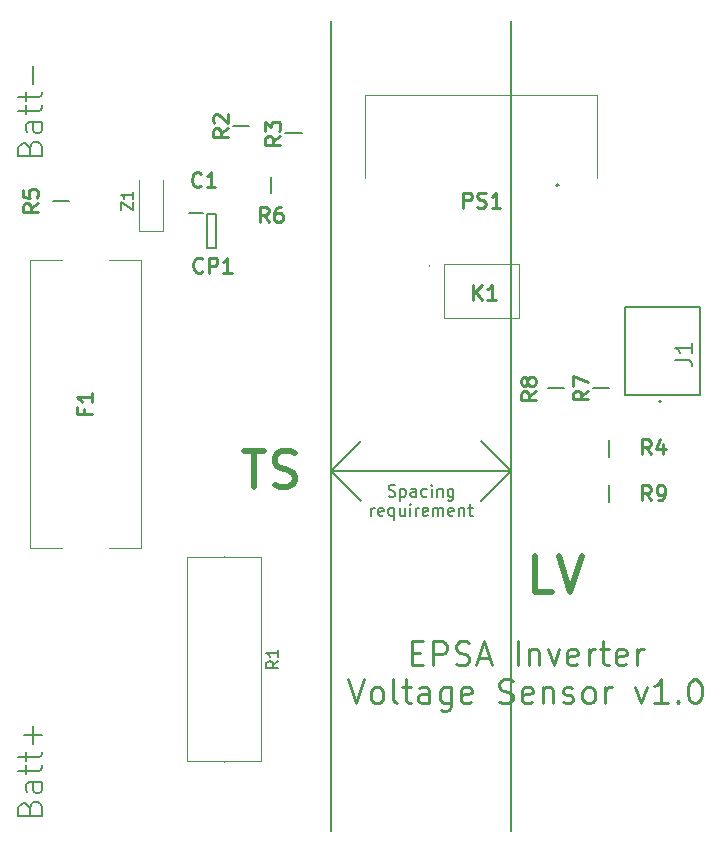
<source format=gbr>
%TF.GenerationSoftware,KiCad,Pcbnew,8.0.0*%
%TF.CreationDate,2024-04-17T18:36:44+02:00*%
%TF.ProjectId,Inverter_Voltage Sensor,496e7665-7274-4657-925f-566f6c746167,rev?*%
%TF.SameCoordinates,Original*%
%TF.FileFunction,Legend,Top*%
%TF.FilePolarity,Positive*%
%FSLAX46Y46*%
G04 Gerber Fmt 4.6, Leading zero omitted, Abs format (unit mm)*
G04 Created by KiCad (PCBNEW 8.0.0) date 2024-04-17 18:36:44*
%MOMM*%
%LPD*%
G01*
G04 APERTURE LIST*
%ADD10C,0.150000*%
%ADD11C,0.200000*%
%ADD12C,0.500000*%
%ADD13C,0.250000*%
%ADD14C,0.254000*%
%ADD15C,0.120000*%
%ADD16C,0.100000*%
%ADD17C,0.127000*%
G04 APERTURE END LIST*
D10*
X119380000Y-55880000D02*
X119380000Y-124460000D01*
X106680000Y-96520000D02*
X104140000Y-93980000D01*
X116840000Y-91440000D02*
X119380000Y-93980000D01*
X104140000Y-93980000D02*
X106680000Y-91440000D01*
X104140000Y-55880000D02*
X104140000Y-124460000D01*
X104140000Y-93980000D02*
X119380000Y-93980000D01*
X119380000Y-93980000D02*
X116840000Y-96520000D01*
X106680000Y-91440000D02*
X104140000Y-93980000D01*
D11*
X78607219Y-122522856D02*
X78702457Y-122237142D01*
X78702457Y-122237142D02*
X78797695Y-122141904D01*
X78797695Y-122141904D02*
X78988171Y-122046666D01*
X78988171Y-122046666D02*
X79273885Y-122046666D01*
X79273885Y-122046666D02*
X79464361Y-122141904D01*
X79464361Y-122141904D02*
X79559600Y-122237142D01*
X79559600Y-122237142D02*
X79654838Y-122427618D01*
X79654838Y-122427618D02*
X79654838Y-123189523D01*
X79654838Y-123189523D02*
X77654838Y-123189523D01*
X77654838Y-123189523D02*
X77654838Y-122522856D01*
X77654838Y-122522856D02*
X77750076Y-122332380D01*
X77750076Y-122332380D02*
X77845314Y-122237142D01*
X77845314Y-122237142D02*
X78035790Y-122141904D01*
X78035790Y-122141904D02*
X78226266Y-122141904D01*
X78226266Y-122141904D02*
X78416742Y-122237142D01*
X78416742Y-122237142D02*
X78511980Y-122332380D01*
X78511980Y-122332380D02*
X78607219Y-122522856D01*
X78607219Y-122522856D02*
X78607219Y-123189523D01*
X79654838Y-120332380D02*
X78607219Y-120332380D01*
X78607219Y-120332380D02*
X78416742Y-120427618D01*
X78416742Y-120427618D02*
X78321504Y-120618094D01*
X78321504Y-120618094D02*
X78321504Y-120999047D01*
X78321504Y-120999047D02*
X78416742Y-121189523D01*
X79559600Y-120332380D02*
X79654838Y-120522856D01*
X79654838Y-120522856D02*
X79654838Y-120999047D01*
X79654838Y-120999047D02*
X79559600Y-121189523D01*
X79559600Y-121189523D02*
X79369123Y-121284761D01*
X79369123Y-121284761D02*
X79178647Y-121284761D01*
X79178647Y-121284761D02*
X78988171Y-121189523D01*
X78988171Y-121189523D02*
X78892933Y-120999047D01*
X78892933Y-120999047D02*
X78892933Y-120522856D01*
X78892933Y-120522856D02*
X78797695Y-120332380D01*
X78321504Y-119665713D02*
X78321504Y-118903809D01*
X77654838Y-119379999D02*
X79369123Y-119379999D01*
X79369123Y-119379999D02*
X79559600Y-119284761D01*
X79559600Y-119284761D02*
X79654838Y-119094285D01*
X79654838Y-119094285D02*
X79654838Y-118903809D01*
X78321504Y-118522856D02*
X78321504Y-117760952D01*
X77654838Y-118237142D02*
X79369123Y-118237142D01*
X79369123Y-118237142D02*
X79559600Y-118141904D01*
X79559600Y-118141904D02*
X79654838Y-117951428D01*
X79654838Y-117951428D02*
X79654838Y-117760952D01*
X78892933Y-117094285D02*
X78892933Y-115570476D01*
X79654838Y-116332380D02*
X78131028Y-116332380D01*
D12*
X96774286Y-92341857D02*
X98488572Y-92341857D01*
X97631429Y-95341857D02*
X97631429Y-92341857D01*
X99345714Y-95199000D02*
X99774286Y-95341857D01*
X99774286Y-95341857D02*
X100488571Y-95341857D01*
X100488571Y-95341857D02*
X100774286Y-95199000D01*
X100774286Y-95199000D02*
X100917143Y-95056142D01*
X100917143Y-95056142D02*
X101060000Y-94770428D01*
X101060000Y-94770428D02*
X101060000Y-94484714D01*
X101060000Y-94484714D02*
X100917143Y-94199000D01*
X100917143Y-94199000D02*
X100774286Y-94056142D01*
X100774286Y-94056142D02*
X100488571Y-93913285D01*
X100488571Y-93913285D02*
X99917143Y-93770428D01*
X99917143Y-93770428D02*
X99631428Y-93627571D01*
X99631428Y-93627571D02*
X99488571Y-93484714D01*
X99488571Y-93484714D02*
X99345714Y-93199000D01*
X99345714Y-93199000D02*
X99345714Y-92913285D01*
X99345714Y-92913285D02*
X99488571Y-92627571D01*
X99488571Y-92627571D02*
X99631428Y-92484714D01*
X99631428Y-92484714D02*
X99917143Y-92341857D01*
X99917143Y-92341857D02*
X100631428Y-92341857D01*
X100631428Y-92341857D02*
X101060000Y-92484714D01*
D13*
X110983332Y-109379675D02*
X111649999Y-109379675D01*
X111935713Y-110427294D02*
X110983332Y-110427294D01*
X110983332Y-110427294D02*
X110983332Y-108427294D01*
X110983332Y-108427294D02*
X111935713Y-108427294D01*
X112792856Y-110427294D02*
X112792856Y-108427294D01*
X112792856Y-108427294D02*
X113554761Y-108427294D01*
X113554761Y-108427294D02*
X113745237Y-108522532D01*
X113745237Y-108522532D02*
X113840475Y-108617770D01*
X113840475Y-108617770D02*
X113935713Y-108808246D01*
X113935713Y-108808246D02*
X113935713Y-109093960D01*
X113935713Y-109093960D02*
X113840475Y-109284436D01*
X113840475Y-109284436D02*
X113745237Y-109379675D01*
X113745237Y-109379675D02*
X113554761Y-109474913D01*
X113554761Y-109474913D02*
X112792856Y-109474913D01*
X114697618Y-110332056D02*
X114983332Y-110427294D01*
X114983332Y-110427294D02*
X115459523Y-110427294D01*
X115459523Y-110427294D02*
X115649999Y-110332056D01*
X115649999Y-110332056D02*
X115745237Y-110236817D01*
X115745237Y-110236817D02*
X115840475Y-110046341D01*
X115840475Y-110046341D02*
X115840475Y-109855865D01*
X115840475Y-109855865D02*
X115745237Y-109665389D01*
X115745237Y-109665389D02*
X115649999Y-109570151D01*
X115649999Y-109570151D02*
X115459523Y-109474913D01*
X115459523Y-109474913D02*
X115078570Y-109379675D01*
X115078570Y-109379675D02*
X114888094Y-109284436D01*
X114888094Y-109284436D02*
X114792856Y-109189198D01*
X114792856Y-109189198D02*
X114697618Y-108998722D01*
X114697618Y-108998722D02*
X114697618Y-108808246D01*
X114697618Y-108808246D02*
X114792856Y-108617770D01*
X114792856Y-108617770D02*
X114888094Y-108522532D01*
X114888094Y-108522532D02*
X115078570Y-108427294D01*
X115078570Y-108427294D02*
X115554761Y-108427294D01*
X115554761Y-108427294D02*
X115840475Y-108522532D01*
X116602380Y-109855865D02*
X117554761Y-109855865D01*
X116411904Y-110427294D02*
X117078570Y-108427294D01*
X117078570Y-108427294D02*
X117745237Y-110427294D01*
X119935714Y-110427294D02*
X119935714Y-108427294D01*
X120888095Y-109093960D02*
X120888095Y-110427294D01*
X120888095Y-109284436D02*
X120983333Y-109189198D01*
X120983333Y-109189198D02*
X121173809Y-109093960D01*
X121173809Y-109093960D02*
X121459524Y-109093960D01*
X121459524Y-109093960D02*
X121650000Y-109189198D01*
X121650000Y-109189198D02*
X121745238Y-109379675D01*
X121745238Y-109379675D02*
X121745238Y-110427294D01*
X122507143Y-109093960D02*
X122983333Y-110427294D01*
X122983333Y-110427294D02*
X123459524Y-109093960D01*
X124983334Y-110332056D02*
X124792858Y-110427294D01*
X124792858Y-110427294D02*
X124411905Y-110427294D01*
X124411905Y-110427294D02*
X124221429Y-110332056D01*
X124221429Y-110332056D02*
X124126191Y-110141579D01*
X124126191Y-110141579D02*
X124126191Y-109379675D01*
X124126191Y-109379675D02*
X124221429Y-109189198D01*
X124221429Y-109189198D02*
X124411905Y-109093960D01*
X124411905Y-109093960D02*
X124792858Y-109093960D01*
X124792858Y-109093960D02*
X124983334Y-109189198D01*
X124983334Y-109189198D02*
X125078572Y-109379675D01*
X125078572Y-109379675D02*
X125078572Y-109570151D01*
X125078572Y-109570151D02*
X124126191Y-109760627D01*
X125935715Y-110427294D02*
X125935715Y-109093960D01*
X125935715Y-109474913D02*
X126030953Y-109284436D01*
X126030953Y-109284436D02*
X126126191Y-109189198D01*
X126126191Y-109189198D02*
X126316667Y-109093960D01*
X126316667Y-109093960D02*
X126507144Y-109093960D01*
X126888096Y-109093960D02*
X127650000Y-109093960D01*
X127173810Y-108427294D02*
X127173810Y-110141579D01*
X127173810Y-110141579D02*
X127269048Y-110332056D01*
X127269048Y-110332056D02*
X127459524Y-110427294D01*
X127459524Y-110427294D02*
X127650000Y-110427294D01*
X129078572Y-110332056D02*
X128888096Y-110427294D01*
X128888096Y-110427294D02*
X128507143Y-110427294D01*
X128507143Y-110427294D02*
X128316667Y-110332056D01*
X128316667Y-110332056D02*
X128221429Y-110141579D01*
X128221429Y-110141579D02*
X128221429Y-109379675D01*
X128221429Y-109379675D02*
X128316667Y-109189198D01*
X128316667Y-109189198D02*
X128507143Y-109093960D01*
X128507143Y-109093960D02*
X128888096Y-109093960D01*
X128888096Y-109093960D02*
X129078572Y-109189198D01*
X129078572Y-109189198D02*
X129173810Y-109379675D01*
X129173810Y-109379675D02*
X129173810Y-109570151D01*
X129173810Y-109570151D02*
X128221429Y-109760627D01*
X130030953Y-110427294D02*
X130030953Y-109093960D01*
X130030953Y-109474913D02*
X130126191Y-109284436D01*
X130126191Y-109284436D02*
X130221429Y-109189198D01*
X130221429Y-109189198D02*
X130411905Y-109093960D01*
X130411905Y-109093960D02*
X130602382Y-109093960D01*
X105602379Y-111647182D02*
X106269045Y-113647182D01*
X106269045Y-113647182D02*
X106935712Y-111647182D01*
X107888093Y-113647182D02*
X107697617Y-113551944D01*
X107697617Y-113551944D02*
X107602379Y-113456705D01*
X107602379Y-113456705D02*
X107507141Y-113266229D01*
X107507141Y-113266229D02*
X107507141Y-112694801D01*
X107507141Y-112694801D02*
X107602379Y-112504324D01*
X107602379Y-112504324D02*
X107697617Y-112409086D01*
X107697617Y-112409086D02*
X107888093Y-112313848D01*
X107888093Y-112313848D02*
X108173808Y-112313848D01*
X108173808Y-112313848D02*
X108364284Y-112409086D01*
X108364284Y-112409086D02*
X108459522Y-112504324D01*
X108459522Y-112504324D02*
X108554760Y-112694801D01*
X108554760Y-112694801D02*
X108554760Y-113266229D01*
X108554760Y-113266229D02*
X108459522Y-113456705D01*
X108459522Y-113456705D02*
X108364284Y-113551944D01*
X108364284Y-113551944D02*
X108173808Y-113647182D01*
X108173808Y-113647182D02*
X107888093Y-113647182D01*
X109697617Y-113647182D02*
X109507141Y-113551944D01*
X109507141Y-113551944D02*
X109411903Y-113361467D01*
X109411903Y-113361467D02*
X109411903Y-111647182D01*
X110173808Y-112313848D02*
X110935712Y-112313848D01*
X110459522Y-111647182D02*
X110459522Y-113361467D01*
X110459522Y-113361467D02*
X110554760Y-113551944D01*
X110554760Y-113551944D02*
X110745236Y-113647182D01*
X110745236Y-113647182D02*
X110935712Y-113647182D01*
X112459522Y-113647182D02*
X112459522Y-112599563D01*
X112459522Y-112599563D02*
X112364284Y-112409086D01*
X112364284Y-112409086D02*
X112173808Y-112313848D01*
X112173808Y-112313848D02*
X111792855Y-112313848D01*
X111792855Y-112313848D02*
X111602379Y-112409086D01*
X112459522Y-113551944D02*
X112269046Y-113647182D01*
X112269046Y-113647182D02*
X111792855Y-113647182D01*
X111792855Y-113647182D02*
X111602379Y-113551944D01*
X111602379Y-113551944D02*
X111507141Y-113361467D01*
X111507141Y-113361467D02*
X111507141Y-113170991D01*
X111507141Y-113170991D02*
X111602379Y-112980515D01*
X111602379Y-112980515D02*
X111792855Y-112885277D01*
X111792855Y-112885277D02*
X112269046Y-112885277D01*
X112269046Y-112885277D02*
X112459522Y-112790039D01*
X114269046Y-112313848D02*
X114269046Y-113932896D01*
X114269046Y-113932896D02*
X114173808Y-114123372D01*
X114173808Y-114123372D02*
X114078570Y-114218610D01*
X114078570Y-114218610D02*
X113888093Y-114313848D01*
X113888093Y-114313848D02*
X113602379Y-114313848D01*
X113602379Y-114313848D02*
X113411903Y-114218610D01*
X114269046Y-113551944D02*
X114078570Y-113647182D01*
X114078570Y-113647182D02*
X113697617Y-113647182D01*
X113697617Y-113647182D02*
X113507141Y-113551944D01*
X113507141Y-113551944D02*
X113411903Y-113456705D01*
X113411903Y-113456705D02*
X113316665Y-113266229D01*
X113316665Y-113266229D02*
X113316665Y-112694801D01*
X113316665Y-112694801D02*
X113411903Y-112504324D01*
X113411903Y-112504324D02*
X113507141Y-112409086D01*
X113507141Y-112409086D02*
X113697617Y-112313848D01*
X113697617Y-112313848D02*
X114078570Y-112313848D01*
X114078570Y-112313848D02*
X114269046Y-112409086D01*
X115983332Y-113551944D02*
X115792856Y-113647182D01*
X115792856Y-113647182D02*
X115411903Y-113647182D01*
X115411903Y-113647182D02*
X115221427Y-113551944D01*
X115221427Y-113551944D02*
X115126189Y-113361467D01*
X115126189Y-113361467D02*
X115126189Y-112599563D01*
X115126189Y-112599563D02*
X115221427Y-112409086D01*
X115221427Y-112409086D02*
X115411903Y-112313848D01*
X115411903Y-112313848D02*
X115792856Y-112313848D01*
X115792856Y-112313848D02*
X115983332Y-112409086D01*
X115983332Y-112409086D02*
X116078570Y-112599563D01*
X116078570Y-112599563D02*
X116078570Y-112790039D01*
X116078570Y-112790039D02*
X115126189Y-112980515D01*
X118364285Y-113551944D02*
X118649999Y-113647182D01*
X118649999Y-113647182D02*
X119126190Y-113647182D01*
X119126190Y-113647182D02*
X119316666Y-113551944D01*
X119316666Y-113551944D02*
X119411904Y-113456705D01*
X119411904Y-113456705D02*
X119507142Y-113266229D01*
X119507142Y-113266229D02*
X119507142Y-113075753D01*
X119507142Y-113075753D02*
X119411904Y-112885277D01*
X119411904Y-112885277D02*
X119316666Y-112790039D01*
X119316666Y-112790039D02*
X119126190Y-112694801D01*
X119126190Y-112694801D02*
X118745237Y-112599563D01*
X118745237Y-112599563D02*
X118554761Y-112504324D01*
X118554761Y-112504324D02*
X118459523Y-112409086D01*
X118459523Y-112409086D02*
X118364285Y-112218610D01*
X118364285Y-112218610D02*
X118364285Y-112028134D01*
X118364285Y-112028134D02*
X118459523Y-111837658D01*
X118459523Y-111837658D02*
X118554761Y-111742420D01*
X118554761Y-111742420D02*
X118745237Y-111647182D01*
X118745237Y-111647182D02*
X119221428Y-111647182D01*
X119221428Y-111647182D02*
X119507142Y-111742420D01*
X121126190Y-113551944D02*
X120935714Y-113647182D01*
X120935714Y-113647182D02*
X120554761Y-113647182D01*
X120554761Y-113647182D02*
X120364285Y-113551944D01*
X120364285Y-113551944D02*
X120269047Y-113361467D01*
X120269047Y-113361467D02*
X120269047Y-112599563D01*
X120269047Y-112599563D02*
X120364285Y-112409086D01*
X120364285Y-112409086D02*
X120554761Y-112313848D01*
X120554761Y-112313848D02*
X120935714Y-112313848D01*
X120935714Y-112313848D02*
X121126190Y-112409086D01*
X121126190Y-112409086D02*
X121221428Y-112599563D01*
X121221428Y-112599563D02*
X121221428Y-112790039D01*
X121221428Y-112790039D02*
X120269047Y-112980515D01*
X122078571Y-112313848D02*
X122078571Y-113647182D01*
X122078571Y-112504324D02*
X122173809Y-112409086D01*
X122173809Y-112409086D02*
X122364285Y-112313848D01*
X122364285Y-112313848D02*
X122650000Y-112313848D01*
X122650000Y-112313848D02*
X122840476Y-112409086D01*
X122840476Y-112409086D02*
X122935714Y-112599563D01*
X122935714Y-112599563D02*
X122935714Y-113647182D01*
X123792857Y-113551944D02*
X123983333Y-113647182D01*
X123983333Y-113647182D02*
X124364285Y-113647182D01*
X124364285Y-113647182D02*
X124554762Y-113551944D01*
X124554762Y-113551944D02*
X124650000Y-113361467D01*
X124650000Y-113361467D02*
X124650000Y-113266229D01*
X124650000Y-113266229D02*
X124554762Y-113075753D01*
X124554762Y-113075753D02*
X124364285Y-112980515D01*
X124364285Y-112980515D02*
X124078571Y-112980515D01*
X124078571Y-112980515D02*
X123888095Y-112885277D01*
X123888095Y-112885277D02*
X123792857Y-112694801D01*
X123792857Y-112694801D02*
X123792857Y-112599563D01*
X123792857Y-112599563D02*
X123888095Y-112409086D01*
X123888095Y-112409086D02*
X124078571Y-112313848D01*
X124078571Y-112313848D02*
X124364285Y-112313848D01*
X124364285Y-112313848D02*
X124554762Y-112409086D01*
X125792857Y-113647182D02*
X125602381Y-113551944D01*
X125602381Y-113551944D02*
X125507143Y-113456705D01*
X125507143Y-113456705D02*
X125411905Y-113266229D01*
X125411905Y-113266229D02*
X125411905Y-112694801D01*
X125411905Y-112694801D02*
X125507143Y-112504324D01*
X125507143Y-112504324D02*
X125602381Y-112409086D01*
X125602381Y-112409086D02*
X125792857Y-112313848D01*
X125792857Y-112313848D02*
X126078572Y-112313848D01*
X126078572Y-112313848D02*
X126269048Y-112409086D01*
X126269048Y-112409086D02*
X126364286Y-112504324D01*
X126364286Y-112504324D02*
X126459524Y-112694801D01*
X126459524Y-112694801D02*
X126459524Y-113266229D01*
X126459524Y-113266229D02*
X126364286Y-113456705D01*
X126364286Y-113456705D02*
X126269048Y-113551944D01*
X126269048Y-113551944D02*
X126078572Y-113647182D01*
X126078572Y-113647182D02*
X125792857Y-113647182D01*
X127316667Y-113647182D02*
X127316667Y-112313848D01*
X127316667Y-112694801D02*
X127411905Y-112504324D01*
X127411905Y-112504324D02*
X127507143Y-112409086D01*
X127507143Y-112409086D02*
X127697619Y-112313848D01*
X127697619Y-112313848D02*
X127888096Y-112313848D01*
X129888096Y-112313848D02*
X130364286Y-113647182D01*
X130364286Y-113647182D02*
X130840477Y-112313848D01*
X132650001Y-113647182D02*
X131507144Y-113647182D01*
X132078572Y-113647182D02*
X132078572Y-111647182D01*
X132078572Y-111647182D02*
X131888096Y-111932896D01*
X131888096Y-111932896D02*
X131697620Y-112123372D01*
X131697620Y-112123372D02*
X131507144Y-112218610D01*
X133507144Y-113456705D02*
X133602382Y-113551944D01*
X133602382Y-113551944D02*
X133507144Y-113647182D01*
X133507144Y-113647182D02*
X133411906Y-113551944D01*
X133411906Y-113551944D02*
X133507144Y-113456705D01*
X133507144Y-113456705D02*
X133507144Y-113647182D01*
X134840477Y-111647182D02*
X135030954Y-111647182D01*
X135030954Y-111647182D02*
X135221430Y-111742420D01*
X135221430Y-111742420D02*
X135316668Y-111837658D01*
X135316668Y-111837658D02*
X135411906Y-112028134D01*
X135411906Y-112028134D02*
X135507144Y-112409086D01*
X135507144Y-112409086D02*
X135507144Y-112885277D01*
X135507144Y-112885277D02*
X135411906Y-113266229D01*
X135411906Y-113266229D02*
X135316668Y-113456705D01*
X135316668Y-113456705D02*
X135221430Y-113551944D01*
X135221430Y-113551944D02*
X135030954Y-113647182D01*
X135030954Y-113647182D02*
X134840477Y-113647182D01*
X134840477Y-113647182D02*
X134650001Y-113551944D01*
X134650001Y-113551944D02*
X134554763Y-113456705D01*
X134554763Y-113456705D02*
X134459525Y-113266229D01*
X134459525Y-113266229D02*
X134364287Y-112885277D01*
X134364287Y-112885277D02*
X134364287Y-112409086D01*
X134364287Y-112409086D02*
X134459525Y-112028134D01*
X134459525Y-112028134D02*
X134554763Y-111837658D01*
X134554763Y-111837658D02*
X134650001Y-111742420D01*
X134650001Y-111742420D02*
X134840477Y-111647182D01*
D10*
X108998095Y-96122228D02*
X109140952Y-96169847D01*
X109140952Y-96169847D02*
X109379047Y-96169847D01*
X109379047Y-96169847D02*
X109474285Y-96122228D01*
X109474285Y-96122228D02*
X109521904Y-96074608D01*
X109521904Y-96074608D02*
X109569523Y-95979370D01*
X109569523Y-95979370D02*
X109569523Y-95884132D01*
X109569523Y-95884132D02*
X109521904Y-95788894D01*
X109521904Y-95788894D02*
X109474285Y-95741275D01*
X109474285Y-95741275D02*
X109379047Y-95693656D01*
X109379047Y-95693656D02*
X109188571Y-95646037D01*
X109188571Y-95646037D02*
X109093333Y-95598418D01*
X109093333Y-95598418D02*
X109045714Y-95550799D01*
X109045714Y-95550799D02*
X108998095Y-95455561D01*
X108998095Y-95455561D02*
X108998095Y-95360323D01*
X108998095Y-95360323D02*
X109045714Y-95265085D01*
X109045714Y-95265085D02*
X109093333Y-95217466D01*
X109093333Y-95217466D02*
X109188571Y-95169847D01*
X109188571Y-95169847D02*
X109426666Y-95169847D01*
X109426666Y-95169847D02*
X109569523Y-95217466D01*
X109998095Y-95503180D02*
X109998095Y-96503180D01*
X109998095Y-95550799D02*
X110093333Y-95503180D01*
X110093333Y-95503180D02*
X110283809Y-95503180D01*
X110283809Y-95503180D02*
X110379047Y-95550799D01*
X110379047Y-95550799D02*
X110426666Y-95598418D01*
X110426666Y-95598418D02*
X110474285Y-95693656D01*
X110474285Y-95693656D02*
X110474285Y-95979370D01*
X110474285Y-95979370D02*
X110426666Y-96074608D01*
X110426666Y-96074608D02*
X110379047Y-96122228D01*
X110379047Y-96122228D02*
X110283809Y-96169847D01*
X110283809Y-96169847D02*
X110093333Y-96169847D01*
X110093333Y-96169847D02*
X109998095Y-96122228D01*
X111331428Y-96169847D02*
X111331428Y-95646037D01*
X111331428Y-95646037D02*
X111283809Y-95550799D01*
X111283809Y-95550799D02*
X111188571Y-95503180D01*
X111188571Y-95503180D02*
X110998095Y-95503180D01*
X110998095Y-95503180D02*
X110902857Y-95550799D01*
X111331428Y-96122228D02*
X111236190Y-96169847D01*
X111236190Y-96169847D02*
X110998095Y-96169847D01*
X110998095Y-96169847D02*
X110902857Y-96122228D01*
X110902857Y-96122228D02*
X110855238Y-96026989D01*
X110855238Y-96026989D02*
X110855238Y-95931751D01*
X110855238Y-95931751D02*
X110902857Y-95836513D01*
X110902857Y-95836513D02*
X110998095Y-95788894D01*
X110998095Y-95788894D02*
X111236190Y-95788894D01*
X111236190Y-95788894D02*
X111331428Y-95741275D01*
X112236190Y-96122228D02*
X112140952Y-96169847D01*
X112140952Y-96169847D02*
X111950476Y-96169847D01*
X111950476Y-96169847D02*
X111855238Y-96122228D01*
X111855238Y-96122228D02*
X111807619Y-96074608D01*
X111807619Y-96074608D02*
X111760000Y-95979370D01*
X111760000Y-95979370D02*
X111760000Y-95693656D01*
X111760000Y-95693656D02*
X111807619Y-95598418D01*
X111807619Y-95598418D02*
X111855238Y-95550799D01*
X111855238Y-95550799D02*
X111950476Y-95503180D01*
X111950476Y-95503180D02*
X112140952Y-95503180D01*
X112140952Y-95503180D02*
X112236190Y-95550799D01*
X112664762Y-96169847D02*
X112664762Y-95503180D01*
X112664762Y-95169847D02*
X112617143Y-95217466D01*
X112617143Y-95217466D02*
X112664762Y-95265085D01*
X112664762Y-95265085D02*
X112712381Y-95217466D01*
X112712381Y-95217466D02*
X112664762Y-95169847D01*
X112664762Y-95169847D02*
X112664762Y-95265085D01*
X113140952Y-95503180D02*
X113140952Y-96169847D01*
X113140952Y-95598418D02*
X113188571Y-95550799D01*
X113188571Y-95550799D02*
X113283809Y-95503180D01*
X113283809Y-95503180D02*
X113426666Y-95503180D01*
X113426666Y-95503180D02*
X113521904Y-95550799D01*
X113521904Y-95550799D02*
X113569523Y-95646037D01*
X113569523Y-95646037D02*
X113569523Y-96169847D01*
X114474285Y-95503180D02*
X114474285Y-96312704D01*
X114474285Y-96312704D02*
X114426666Y-96407942D01*
X114426666Y-96407942D02*
X114379047Y-96455561D01*
X114379047Y-96455561D02*
X114283809Y-96503180D01*
X114283809Y-96503180D02*
X114140952Y-96503180D01*
X114140952Y-96503180D02*
X114045714Y-96455561D01*
X114474285Y-96122228D02*
X114379047Y-96169847D01*
X114379047Y-96169847D02*
X114188571Y-96169847D01*
X114188571Y-96169847D02*
X114093333Y-96122228D01*
X114093333Y-96122228D02*
X114045714Y-96074608D01*
X114045714Y-96074608D02*
X113998095Y-95979370D01*
X113998095Y-95979370D02*
X113998095Y-95693656D01*
X113998095Y-95693656D02*
X114045714Y-95598418D01*
X114045714Y-95598418D02*
X114093333Y-95550799D01*
X114093333Y-95550799D02*
X114188571Y-95503180D01*
X114188571Y-95503180D02*
X114379047Y-95503180D01*
X114379047Y-95503180D02*
X114474285Y-95550799D01*
X107545714Y-97779791D02*
X107545714Y-97113124D01*
X107545714Y-97303600D02*
X107593333Y-97208362D01*
X107593333Y-97208362D02*
X107640952Y-97160743D01*
X107640952Y-97160743D02*
X107736190Y-97113124D01*
X107736190Y-97113124D02*
X107831428Y-97113124D01*
X108545714Y-97732172D02*
X108450476Y-97779791D01*
X108450476Y-97779791D02*
X108260000Y-97779791D01*
X108260000Y-97779791D02*
X108164762Y-97732172D01*
X108164762Y-97732172D02*
X108117143Y-97636933D01*
X108117143Y-97636933D02*
X108117143Y-97255981D01*
X108117143Y-97255981D02*
X108164762Y-97160743D01*
X108164762Y-97160743D02*
X108260000Y-97113124D01*
X108260000Y-97113124D02*
X108450476Y-97113124D01*
X108450476Y-97113124D02*
X108545714Y-97160743D01*
X108545714Y-97160743D02*
X108593333Y-97255981D01*
X108593333Y-97255981D02*
X108593333Y-97351219D01*
X108593333Y-97351219D02*
X108117143Y-97446457D01*
X109450476Y-97113124D02*
X109450476Y-98113124D01*
X109450476Y-97732172D02*
X109355238Y-97779791D01*
X109355238Y-97779791D02*
X109164762Y-97779791D01*
X109164762Y-97779791D02*
X109069524Y-97732172D01*
X109069524Y-97732172D02*
X109021905Y-97684552D01*
X109021905Y-97684552D02*
X108974286Y-97589314D01*
X108974286Y-97589314D02*
X108974286Y-97303600D01*
X108974286Y-97303600D02*
X109021905Y-97208362D01*
X109021905Y-97208362D02*
X109069524Y-97160743D01*
X109069524Y-97160743D02*
X109164762Y-97113124D01*
X109164762Y-97113124D02*
X109355238Y-97113124D01*
X109355238Y-97113124D02*
X109450476Y-97160743D01*
X110355238Y-97113124D02*
X110355238Y-97779791D01*
X109926667Y-97113124D02*
X109926667Y-97636933D01*
X109926667Y-97636933D02*
X109974286Y-97732172D01*
X109974286Y-97732172D02*
X110069524Y-97779791D01*
X110069524Y-97779791D02*
X110212381Y-97779791D01*
X110212381Y-97779791D02*
X110307619Y-97732172D01*
X110307619Y-97732172D02*
X110355238Y-97684552D01*
X110831429Y-97779791D02*
X110831429Y-97113124D01*
X110831429Y-96779791D02*
X110783810Y-96827410D01*
X110783810Y-96827410D02*
X110831429Y-96875029D01*
X110831429Y-96875029D02*
X110879048Y-96827410D01*
X110879048Y-96827410D02*
X110831429Y-96779791D01*
X110831429Y-96779791D02*
X110831429Y-96875029D01*
X111307619Y-97779791D02*
X111307619Y-97113124D01*
X111307619Y-97303600D02*
X111355238Y-97208362D01*
X111355238Y-97208362D02*
X111402857Y-97160743D01*
X111402857Y-97160743D02*
X111498095Y-97113124D01*
X111498095Y-97113124D02*
X111593333Y-97113124D01*
X112307619Y-97732172D02*
X112212381Y-97779791D01*
X112212381Y-97779791D02*
X112021905Y-97779791D01*
X112021905Y-97779791D02*
X111926667Y-97732172D01*
X111926667Y-97732172D02*
X111879048Y-97636933D01*
X111879048Y-97636933D02*
X111879048Y-97255981D01*
X111879048Y-97255981D02*
X111926667Y-97160743D01*
X111926667Y-97160743D02*
X112021905Y-97113124D01*
X112021905Y-97113124D02*
X112212381Y-97113124D01*
X112212381Y-97113124D02*
X112307619Y-97160743D01*
X112307619Y-97160743D02*
X112355238Y-97255981D01*
X112355238Y-97255981D02*
X112355238Y-97351219D01*
X112355238Y-97351219D02*
X111879048Y-97446457D01*
X112783810Y-97779791D02*
X112783810Y-97113124D01*
X112783810Y-97208362D02*
X112831429Y-97160743D01*
X112831429Y-97160743D02*
X112926667Y-97113124D01*
X112926667Y-97113124D02*
X113069524Y-97113124D01*
X113069524Y-97113124D02*
X113164762Y-97160743D01*
X113164762Y-97160743D02*
X113212381Y-97255981D01*
X113212381Y-97255981D02*
X113212381Y-97779791D01*
X113212381Y-97255981D02*
X113260000Y-97160743D01*
X113260000Y-97160743D02*
X113355238Y-97113124D01*
X113355238Y-97113124D02*
X113498095Y-97113124D01*
X113498095Y-97113124D02*
X113593334Y-97160743D01*
X113593334Y-97160743D02*
X113640953Y-97255981D01*
X113640953Y-97255981D02*
X113640953Y-97779791D01*
X114498095Y-97732172D02*
X114402857Y-97779791D01*
X114402857Y-97779791D02*
X114212381Y-97779791D01*
X114212381Y-97779791D02*
X114117143Y-97732172D01*
X114117143Y-97732172D02*
X114069524Y-97636933D01*
X114069524Y-97636933D02*
X114069524Y-97255981D01*
X114069524Y-97255981D02*
X114117143Y-97160743D01*
X114117143Y-97160743D02*
X114212381Y-97113124D01*
X114212381Y-97113124D02*
X114402857Y-97113124D01*
X114402857Y-97113124D02*
X114498095Y-97160743D01*
X114498095Y-97160743D02*
X114545714Y-97255981D01*
X114545714Y-97255981D02*
X114545714Y-97351219D01*
X114545714Y-97351219D02*
X114069524Y-97446457D01*
X114974286Y-97113124D02*
X114974286Y-97779791D01*
X114974286Y-97208362D02*
X115021905Y-97160743D01*
X115021905Y-97160743D02*
X115117143Y-97113124D01*
X115117143Y-97113124D02*
X115260000Y-97113124D01*
X115260000Y-97113124D02*
X115355238Y-97160743D01*
X115355238Y-97160743D02*
X115402857Y-97255981D01*
X115402857Y-97255981D02*
X115402857Y-97779791D01*
X115736191Y-97113124D02*
X116117143Y-97113124D01*
X115879048Y-96779791D02*
X115879048Y-97636933D01*
X115879048Y-97636933D02*
X115926667Y-97732172D01*
X115926667Y-97732172D02*
X116021905Y-97779791D01*
X116021905Y-97779791D02*
X116117143Y-97779791D01*
D11*
X78607219Y-66642856D02*
X78702457Y-66357142D01*
X78702457Y-66357142D02*
X78797695Y-66261904D01*
X78797695Y-66261904D02*
X78988171Y-66166666D01*
X78988171Y-66166666D02*
X79273885Y-66166666D01*
X79273885Y-66166666D02*
X79464361Y-66261904D01*
X79464361Y-66261904D02*
X79559600Y-66357142D01*
X79559600Y-66357142D02*
X79654838Y-66547618D01*
X79654838Y-66547618D02*
X79654838Y-67309523D01*
X79654838Y-67309523D02*
X77654838Y-67309523D01*
X77654838Y-67309523D02*
X77654838Y-66642856D01*
X77654838Y-66642856D02*
X77750076Y-66452380D01*
X77750076Y-66452380D02*
X77845314Y-66357142D01*
X77845314Y-66357142D02*
X78035790Y-66261904D01*
X78035790Y-66261904D02*
X78226266Y-66261904D01*
X78226266Y-66261904D02*
X78416742Y-66357142D01*
X78416742Y-66357142D02*
X78511980Y-66452380D01*
X78511980Y-66452380D02*
X78607219Y-66642856D01*
X78607219Y-66642856D02*
X78607219Y-67309523D01*
X79654838Y-64452380D02*
X78607219Y-64452380D01*
X78607219Y-64452380D02*
X78416742Y-64547618D01*
X78416742Y-64547618D02*
X78321504Y-64738094D01*
X78321504Y-64738094D02*
X78321504Y-65119047D01*
X78321504Y-65119047D02*
X78416742Y-65309523D01*
X79559600Y-64452380D02*
X79654838Y-64642856D01*
X79654838Y-64642856D02*
X79654838Y-65119047D01*
X79654838Y-65119047D02*
X79559600Y-65309523D01*
X79559600Y-65309523D02*
X79369123Y-65404761D01*
X79369123Y-65404761D02*
X79178647Y-65404761D01*
X79178647Y-65404761D02*
X78988171Y-65309523D01*
X78988171Y-65309523D02*
X78892933Y-65119047D01*
X78892933Y-65119047D02*
X78892933Y-64642856D01*
X78892933Y-64642856D02*
X78797695Y-64452380D01*
X78321504Y-63785713D02*
X78321504Y-63023809D01*
X77654838Y-63499999D02*
X79369123Y-63499999D01*
X79369123Y-63499999D02*
X79559600Y-63404761D01*
X79559600Y-63404761D02*
X79654838Y-63214285D01*
X79654838Y-63214285D02*
X79654838Y-63023809D01*
X78321504Y-62642856D02*
X78321504Y-61880952D01*
X77654838Y-62357142D02*
X79369123Y-62357142D01*
X79369123Y-62357142D02*
X79559600Y-62261904D01*
X79559600Y-62261904D02*
X79654838Y-62071428D01*
X79654838Y-62071428D02*
X79654838Y-61880952D01*
X78892933Y-61214285D02*
X78892933Y-59690476D01*
D12*
X122832857Y-104231857D02*
X121404285Y-104231857D01*
X121404285Y-104231857D02*
X121404285Y-101231857D01*
X123404285Y-101231857D02*
X124404285Y-104231857D01*
X124404285Y-104231857D02*
X125404285Y-101231857D01*
D10*
X86354819Y-71929523D02*
X86354819Y-71262857D01*
X86354819Y-71262857D02*
X87354819Y-71929523D01*
X87354819Y-71929523D02*
X87354819Y-71262857D01*
X87354819Y-70358095D02*
X87354819Y-70929523D01*
X87354819Y-70643809D02*
X86354819Y-70643809D01*
X86354819Y-70643809D02*
X86497676Y-70739047D01*
X86497676Y-70739047D02*
X86592914Y-70834285D01*
X86592914Y-70834285D02*
X86640533Y-70929523D01*
D14*
X116156618Y-79517518D02*
X116156618Y-78247518D01*
X116882333Y-79517518D02*
X116338047Y-78791803D01*
X116882333Y-78247518D02*
X116156618Y-78973232D01*
X118091857Y-79517518D02*
X117366142Y-79517518D01*
X117728999Y-79517518D02*
X117728999Y-78247518D01*
X117728999Y-78247518D02*
X117608047Y-78428946D01*
X117608047Y-78428946D02*
X117487095Y-78549899D01*
X117487095Y-78549899D02*
X117366142Y-78610375D01*
X93237321Y-77084735D02*
X93176845Y-77145212D01*
X93176845Y-77145212D02*
X92995416Y-77205688D01*
X92995416Y-77205688D02*
X92874464Y-77205688D01*
X92874464Y-77205688D02*
X92693035Y-77145212D01*
X92693035Y-77145212D02*
X92572083Y-77024259D01*
X92572083Y-77024259D02*
X92511606Y-76903307D01*
X92511606Y-76903307D02*
X92451130Y-76661402D01*
X92451130Y-76661402D02*
X92451130Y-76479973D01*
X92451130Y-76479973D02*
X92511606Y-76238069D01*
X92511606Y-76238069D02*
X92572083Y-76117116D01*
X92572083Y-76117116D02*
X92693035Y-75996164D01*
X92693035Y-75996164D02*
X92874464Y-75935688D01*
X92874464Y-75935688D02*
X92995416Y-75935688D01*
X92995416Y-75935688D02*
X93176845Y-75996164D01*
X93176845Y-75996164D02*
X93237321Y-76056640D01*
X93781606Y-77205688D02*
X93781606Y-75935688D01*
X93781606Y-75935688D02*
X94265416Y-75935688D01*
X94265416Y-75935688D02*
X94386368Y-75996164D01*
X94386368Y-75996164D02*
X94446845Y-76056640D01*
X94446845Y-76056640D02*
X94507321Y-76177592D01*
X94507321Y-76177592D02*
X94507321Y-76359021D01*
X94507321Y-76359021D02*
X94446845Y-76479973D01*
X94446845Y-76479973D02*
X94386368Y-76540450D01*
X94386368Y-76540450D02*
X94265416Y-76600926D01*
X94265416Y-76600926D02*
X93781606Y-76600926D01*
X95716845Y-77205688D02*
X94991130Y-77205688D01*
X95353987Y-77205688D02*
X95353987Y-75935688D01*
X95353987Y-75935688D02*
X95233035Y-76117116D01*
X95233035Y-76117116D02*
X95112083Y-76238069D01*
X95112083Y-76238069D02*
X94991130Y-76298545D01*
X99837347Y-65628567D02*
X99232585Y-66051901D01*
X99837347Y-66354282D02*
X98567347Y-66354282D01*
X98567347Y-66354282D02*
X98567347Y-65870472D01*
X98567347Y-65870472D02*
X98627823Y-65749520D01*
X98627823Y-65749520D02*
X98688299Y-65689043D01*
X98688299Y-65689043D02*
X98809251Y-65628567D01*
X98809251Y-65628567D02*
X98990680Y-65628567D01*
X98990680Y-65628567D02*
X99111632Y-65689043D01*
X99111632Y-65689043D02*
X99172109Y-65749520D01*
X99172109Y-65749520D02*
X99232585Y-65870472D01*
X99232585Y-65870472D02*
X99232585Y-66354282D01*
X98567347Y-65205234D02*
X98567347Y-64419043D01*
X98567347Y-64419043D02*
X99051156Y-64842377D01*
X99051156Y-64842377D02*
X99051156Y-64660948D01*
X99051156Y-64660948D02*
X99111632Y-64539996D01*
X99111632Y-64539996D02*
X99172109Y-64479520D01*
X99172109Y-64479520D02*
X99293061Y-64419043D01*
X99293061Y-64419043D02*
X99595442Y-64419043D01*
X99595442Y-64419043D02*
X99716394Y-64479520D01*
X99716394Y-64479520D02*
X99776871Y-64539996D01*
X99776871Y-64539996D02*
X99837347Y-64660948D01*
X99837347Y-64660948D02*
X99837347Y-65023805D01*
X99837347Y-65023805D02*
X99776871Y-65144758D01*
X99776871Y-65144758D02*
X99716394Y-65205234D01*
X125923318Y-87206666D02*
X125318556Y-87630000D01*
X125923318Y-87932381D02*
X124653318Y-87932381D01*
X124653318Y-87932381D02*
X124653318Y-87448571D01*
X124653318Y-87448571D02*
X124713794Y-87327619D01*
X124713794Y-87327619D02*
X124774270Y-87267142D01*
X124774270Y-87267142D02*
X124895222Y-87206666D01*
X124895222Y-87206666D02*
X125076651Y-87206666D01*
X125076651Y-87206666D02*
X125197603Y-87267142D01*
X125197603Y-87267142D02*
X125258080Y-87327619D01*
X125258080Y-87327619D02*
X125318556Y-87448571D01*
X125318556Y-87448571D02*
X125318556Y-87932381D01*
X124653318Y-86783333D02*
X124653318Y-85936666D01*
X124653318Y-85936666D02*
X125923318Y-86480952D01*
X131207933Y-96484718D02*
X130784599Y-95879956D01*
X130482218Y-96484718D02*
X130482218Y-95214718D01*
X130482218Y-95214718D02*
X130966028Y-95214718D01*
X130966028Y-95214718D02*
X131086980Y-95275194D01*
X131086980Y-95275194D02*
X131147457Y-95335670D01*
X131147457Y-95335670D02*
X131207933Y-95456622D01*
X131207933Y-95456622D02*
X131207933Y-95638051D01*
X131207933Y-95638051D02*
X131147457Y-95759003D01*
X131147457Y-95759003D02*
X131086980Y-95819480D01*
X131086980Y-95819480D02*
X130966028Y-95879956D01*
X130966028Y-95879956D02*
X130482218Y-95879956D01*
X131812695Y-96484718D02*
X132054599Y-96484718D01*
X132054599Y-96484718D02*
X132175552Y-96424242D01*
X132175552Y-96424242D02*
X132236028Y-96363765D01*
X132236028Y-96363765D02*
X132356980Y-96182337D01*
X132356980Y-96182337D02*
X132417457Y-95940432D01*
X132417457Y-95940432D02*
X132417457Y-95456622D01*
X132417457Y-95456622D02*
X132356980Y-95335670D01*
X132356980Y-95335670D02*
X132296504Y-95275194D01*
X132296504Y-95275194D02*
X132175552Y-95214718D01*
X132175552Y-95214718D02*
X131933647Y-95214718D01*
X131933647Y-95214718D02*
X131812695Y-95275194D01*
X131812695Y-95275194D02*
X131752218Y-95335670D01*
X131752218Y-95335670D02*
X131691742Y-95456622D01*
X131691742Y-95456622D02*
X131691742Y-95759003D01*
X131691742Y-95759003D02*
X131752218Y-95879956D01*
X131752218Y-95879956D02*
X131812695Y-95940432D01*
X131812695Y-95940432D02*
X131933647Y-96000908D01*
X131933647Y-96000908D02*
X132175552Y-96000908D01*
X132175552Y-96000908D02*
X132296504Y-95940432D01*
X132296504Y-95940432D02*
X132356980Y-95879956D01*
X132356980Y-95879956D02*
X132417457Y-95759003D01*
X95392347Y-64993567D02*
X94787585Y-65416901D01*
X95392347Y-65719282D02*
X94122347Y-65719282D01*
X94122347Y-65719282D02*
X94122347Y-65235472D01*
X94122347Y-65235472D02*
X94182823Y-65114520D01*
X94182823Y-65114520D02*
X94243299Y-65054043D01*
X94243299Y-65054043D02*
X94364251Y-64993567D01*
X94364251Y-64993567D02*
X94545680Y-64993567D01*
X94545680Y-64993567D02*
X94666632Y-65054043D01*
X94666632Y-65054043D02*
X94727109Y-65114520D01*
X94727109Y-65114520D02*
X94787585Y-65235472D01*
X94787585Y-65235472D02*
X94787585Y-65719282D01*
X94243299Y-64509758D02*
X94182823Y-64449282D01*
X94182823Y-64449282D02*
X94122347Y-64328329D01*
X94122347Y-64328329D02*
X94122347Y-64025948D01*
X94122347Y-64025948D02*
X94182823Y-63904996D01*
X94182823Y-63904996D02*
X94243299Y-63844520D01*
X94243299Y-63844520D02*
X94364251Y-63784043D01*
X94364251Y-63784043D02*
X94485204Y-63784043D01*
X94485204Y-63784043D02*
X94666632Y-63844520D01*
X94666632Y-63844520D02*
X95392347Y-64570234D01*
X95392347Y-64570234D02*
X95392347Y-63784043D01*
X131182533Y-92598518D02*
X130759199Y-91993756D01*
X130456818Y-92598518D02*
X130456818Y-91328518D01*
X130456818Y-91328518D02*
X130940628Y-91328518D01*
X130940628Y-91328518D02*
X131061580Y-91388994D01*
X131061580Y-91388994D02*
X131122057Y-91449470D01*
X131122057Y-91449470D02*
X131182533Y-91570422D01*
X131182533Y-91570422D02*
X131182533Y-91751851D01*
X131182533Y-91751851D02*
X131122057Y-91872803D01*
X131122057Y-91872803D02*
X131061580Y-91933280D01*
X131061580Y-91933280D02*
X130940628Y-91993756D01*
X130940628Y-91993756D02*
X130456818Y-91993756D01*
X132271104Y-91751851D02*
X132271104Y-92598518D01*
X131968723Y-91268042D02*
X131666342Y-92175184D01*
X131666342Y-92175184D02*
X132452533Y-92175184D01*
D10*
X133275666Y-84566066D02*
X134275666Y-84566066D01*
X134275666Y-84566066D02*
X134475666Y-84632733D01*
X134475666Y-84632733D02*
X134609000Y-84766066D01*
X134609000Y-84766066D02*
X134675666Y-84966066D01*
X134675666Y-84966066D02*
X134675666Y-85099400D01*
X134675666Y-83166066D02*
X134675666Y-83966066D01*
X134675666Y-83566066D02*
X133275666Y-83566066D01*
X133275666Y-83566066D02*
X133475666Y-83699399D01*
X133475666Y-83699399D02*
X133609000Y-83832733D01*
X133609000Y-83832733D02*
X133675666Y-83966066D01*
D14*
X79314318Y-71331666D02*
X78709556Y-71755000D01*
X79314318Y-72057381D02*
X78044318Y-72057381D01*
X78044318Y-72057381D02*
X78044318Y-71573571D01*
X78044318Y-71573571D02*
X78104794Y-71452619D01*
X78104794Y-71452619D02*
X78165270Y-71392142D01*
X78165270Y-71392142D02*
X78286222Y-71331666D01*
X78286222Y-71331666D02*
X78467651Y-71331666D01*
X78467651Y-71331666D02*
X78588603Y-71392142D01*
X78588603Y-71392142D02*
X78649080Y-71452619D01*
X78649080Y-71452619D02*
X78709556Y-71573571D01*
X78709556Y-71573571D02*
X78709556Y-72057381D01*
X78044318Y-70182619D02*
X78044318Y-70787381D01*
X78044318Y-70787381D02*
X78649080Y-70847857D01*
X78649080Y-70847857D02*
X78588603Y-70787381D01*
X78588603Y-70787381D02*
X78528127Y-70666428D01*
X78528127Y-70666428D02*
X78528127Y-70364047D01*
X78528127Y-70364047D02*
X78588603Y-70243095D01*
X78588603Y-70243095D02*
X78649080Y-70182619D01*
X78649080Y-70182619D02*
X78770032Y-70122142D01*
X78770032Y-70122142D02*
X79072413Y-70122142D01*
X79072413Y-70122142D02*
X79193365Y-70182619D01*
X79193365Y-70182619D02*
X79253842Y-70243095D01*
X79253842Y-70243095D02*
X79314318Y-70364047D01*
X79314318Y-70364047D02*
X79314318Y-70666428D01*
X79314318Y-70666428D02*
X79253842Y-70787381D01*
X79253842Y-70787381D02*
X79193365Y-70847857D01*
X83248197Y-88724217D02*
X83248197Y-89147551D01*
X83913435Y-89147551D02*
X82643435Y-89147551D01*
X82643435Y-89147551D02*
X82643435Y-88542789D01*
X83913435Y-87393741D02*
X83913435Y-88119456D01*
X83913435Y-87756599D02*
X82643435Y-87756599D01*
X82643435Y-87756599D02*
X82824863Y-87877551D01*
X82824863Y-87877551D02*
X82945816Y-87998503D01*
X82945816Y-87998503D02*
X83006292Y-88119456D01*
X98835446Y-72913759D02*
X98412112Y-72308997D01*
X98109731Y-72913759D02*
X98109731Y-71643759D01*
X98109731Y-71643759D02*
X98593541Y-71643759D01*
X98593541Y-71643759D02*
X98714493Y-71704235D01*
X98714493Y-71704235D02*
X98774970Y-71764711D01*
X98774970Y-71764711D02*
X98835446Y-71885663D01*
X98835446Y-71885663D02*
X98835446Y-72067092D01*
X98835446Y-72067092D02*
X98774970Y-72188044D01*
X98774970Y-72188044D02*
X98714493Y-72248521D01*
X98714493Y-72248521D02*
X98593541Y-72308997D01*
X98593541Y-72308997D02*
X98109731Y-72308997D01*
X99924017Y-71643759D02*
X99682112Y-71643759D01*
X99682112Y-71643759D02*
X99561160Y-71704235D01*
X99561160Y-71704235D02*
X99500684Y-71764711D01*
X99500684Y-71764711D02*
X99379731Y-71946140D01*
X99379731Y-71946140D02*
X99319255Y-72188044D01*
X99319255Y-72188044D02*
X99319255Y-72671854D01*
X99319255Y-72671854D02*
X99379731Y-72792806D01*
X99379731Y-72792806D02*
X99440208Y-72853283D01*
X99440208Y-72853283D02*
X99561160Y-72913759D01*
X99561160Y-72913759D02*
X99803065Y-72913759D01*
X99803065Y-72913759D02*
X99924017Y-72853283D01*
X99924017Y-72853283D02*
X99984493Y-72792806D01*
X99984493Y-72792806D02*
X100044970Y-72671854D01*
X100044970Y-72671854D02*
X100044970Y-72369473D01*
X100044970Y-72369473D02*
X99984493Y-72248521D01*
X99984493Y-72248521D02*
X99924017Y-72188044D01*
X99924017Y-72188044D02*
X99803065Y-72127568D01*
X99803065Y-72127568D02*
X99561160Y-72127568D01*
X99561160Y-72127568D02*
X99440208Y-72188044D01*
X99440208Y-72188044D02*
X99379731Y-72248521D01*
X99379731Y-72248521D02*
X99319255Y-72369473D01*
X93127922Y-69839952D02*
X93067446Y-69900429D01*
X93067446Y-69900429D02*
X92886017Y-69960905D01*
X92886017Y-69960905D02*
X92765065Y-69960905D01*
X92765065Y-69960905D02*
X92583636Y-69900429D01*
X92583636Y-69900429D02*
X92462684Y-69779476D01*
X92462684Y-69779476D02*
X92402207Y-69658524D01*
X92402207Y-69658524D02*
X92341731Y-69416619D01*
X92341731Y-69416619D02*
X92341731Y-69235190D01*
X92341731Y-69235190D02*
X92402207Y-68993286D01*
X92402207Y-68993286D02*
X92462684Y-68872333D01*
X92462684Y-68872333D02*
X92583636Y-68751381D01*
X92583636Y-68751381D02*
X92765065Y-68690905D01*
X92765065Y-68690905D02*
X92886017Y-68690905D01*
X92886017Y-68690905D02*
X93067446Y-68751381D01*
X93067446Y-68751381D02*
X93127922Y-68811857D01*
X94337446Y-69960905D02*
X93611731Y-69960905D01*
X93974588Y-69960905D02*
X93974588Y-68690905D01*
X93974588Y-68690905D02*
X93853636Y-68872333D01*
X93853636Y-68872333D02*
X93732684Y-68993286D01*
X93732684Y-68993286D02*
X93611731Y-69053762D01*
D10*
X99660125Y-110084488D02*
X99183934Y-110417821D01*
X99660125Y-110655916D02*
X98660125Y-110655916D01*
X98660125Y-110655916D02*
X98660125Y-110274964D01*
X98660125Y-110274964D02*
X98707744Y-110179726D01*
X98707744Y-110179726D02*
X98755363Y-110132107D01*
X98755363Y-110132107D02*
X98850601Y-110084488D01*
X98850601Y-110084488D02*
X98993458Y-110084488D01*
X98993458Y-110084488D02*
X99088696Y-110132107D01*
X99088696Y-110132107D02*
X99136315Y-110179726D01*
X99136315Y-110179726D02*
X99183934Y-110274964D01*
X99183934Y-110274964D02*
X99183934Y-110655916D01*
X99660125Y-109132107D02*
X99660125Y-109703535D01*
X99660125Y-109417821D02*
X98660125Y-109417821D01*
X98660125Y-109417821D02*
X98802982Y-109513059D01*
X98802982Y-109513059D02*
X98898220Y-109608297D01*
X98898220Y-109608297D02*
X98945839Y-109703535D01*
D14*
X121478318Y-87257466D02*
X120873556Y-87680800D01*
X121478318Y-87983181D02*
X120208318Y-87983181D01*
X120208318Y-87983181D02*
X120208318Y-87499371D01*
X120208318Y-87499371D02*
X120268794Y-87378419D01*
X120268794Y-87378419D02*
X120329270Y-87317942D01*
X120329270Y-87317942D02*
X120450222Y-87257466D01*
X120450222Y-87257466D02*
X120631651Y-87257466D01*
X120631651Y-87257466D02*
X120752603Y-87317942D01*
X120752603Y-87317942D02*
X120813080Y-87378419D01*
X120813080Y-87378419D02*
X120873556Y-87499371D01*
X120873556Y-87499371D02*
X120873556Y-87983181D01*
X120752603Y-86531752D02*
X120692127Y-86652704D01*
X120692127Y-86652704D02*
X120631651Y-86713181D01*
X120631651Y-86713181D02*
X120510699Y-86773657D01*
X120510699Y-86773657D02*
X120450222Y-86773657D01*
X120450222Y-86773657D02*
X120329270Y-86713181D01*
X120329270Y-86713181D02*
X120268794Y-86652704D01*
X120268794Y-86652704D02*
X120208318Y-86531752D01*
X120208318Y-86531752D02*
X120208318Y-86289847D01*
X120208318Y-86289847D02*
X120268794Y-86168895D01*
X120268794Y-86168895D02*
X120329270Y-86108419D01*
X120329270Y-86108419D02*
X120450222Y-86047942D01*
X120450222Y-86047942D02*
X120510699Y-86047942D01*
X120510699Y-86047942D02*
X120631651Y-86108419D01*
X120631651Y-86108419D02*
X120692127Y-86168895D01*
X120692127Y-86168895D02*
X120752603Y-86289847D01*
X120752603Y-86289847D02*
X120752603Y-86531752D01*
X120752603Y-86531752D02*
X120813080Y-86652704D01*
X120813080Y-86652704D02*
X120873556Y-86713181D01*
X120873556Y-86713181D02*
X120994508Y-86773657D01*
X120994508Y-86773657D02*
X121236413Y-86773657D01*
X121236413Y-86773657D02*
X121357365Y-86713181D01*
X121357365Y-86713181D02*
X121417842Y-86652704D01*
X121417842Y-86652704D02*
X121478318Y-86531752D01*
X121478318Y-86531752D02*
X121478318Y-86289847D01*
X121478318Y-86289847D02*
X121417842Y-86168895D01*
X121417842Y-86168895D02*
X121357365Y-86108419D01*
X121357365Y-86108419D02*
X121236413Y-86047942D01*
X121236413Y-86047942D02*
X120994508Y-86047942D01*
X120994508Y-86047942D02*
X120873556Y-86108419D01*
X120873556Y-86108419D02*
X120813080Y-86168895D01*
X120813080Y-86168895D02*
X120752603Y-86289847D01*
X115297856Y-71694318D02*
X115297856Y-70424318D01*
X115297856Y-70424318D02*
X115781666Y-70424318D01*
X115781666Y-70424318D02*
X115902618Y-70484794D01*
X115902618Y-70484794D02*
X115963095Y-70545270D01*
X115963095Y-70545270D02*
X116023571Y-70666222D01*
X116023571Y-70666222D02*
X116023571Y-70847651D01*
X116023571Y-70847651D02*
X115963095Y-70968603D01*
X115963095Y-70968603D02*
X115902618Y-71029080D01*
X115902618Y-71029080D02*
X115781666Y-71089556D01*
X115781666Y-71089556D02*
X115297856Y-71089556D01*
X116507380Y-71633842D02*
X116688809Y-71694318D01*
X116688809Y-71694318D02*
X116991190Y-71694318D01*
X116991190Y-71694318D02*
X117112142Y-71633842D01*
X117112142Y-71633842D02*
X117172618Y-71573365D01*
X117172618Y-71573365D02*
X117233095Y-71452413D01*
X117233095Y-71452413D02*
X117233095Y-71331461D01*
X117233095Y-71331461D02*
X117172618Y-71210508D01*
X117172618Y-71210508D02*
X117112142Y-71150032D01*
X117112142Y-71150032D02*
X116991190Y-71089556D01*
X116991190Y-71089556D02*
X116749285Y-71029080D01*
X116749285Y-71029080D02*
X116628333Y-70968603D01*
X116628333Y-70968603D02*
X116567856Y-70908127D01*
X116567856Y-70908127D02*
X116507380Y-70787175D01*
X116507380Y-70787175D02*
X116507380Y-70666222D01*
X116507380Y-70666222D02*
X116567856Y-70545270D01*
X116567856Y-70545270D02*
X116628333Y-70484794D01*
X116628333Y-70484794D02*
X116749285Y-70424318D01*
X116749285Y-70424318D02*
X117051666Y-70424318D01*
X117051666Y-70424318D02*
X117233095Y-70484794D01*
X118442619Y-71694318D02*
X117716904Y-71694318D01*
X118079761Y-71694318D02*
X118079761Y-70424318D01*
X118079761Y-70424318D02*
X117958809Y-70605746D01*
X117958809Y-70605746D02*
X117837857Y-70726699D01*
X117837857Y-70726699D02*
X117716904Y-70787175D01*
D15*
%TO.C,Z1*%
X87900000Y-69370000D02*
X87900000Y-73670000D01*
X87900000Y-73670000D02*
X89900000Y-73670000D01*
X89900000Y-73670000D02*
X89900000Y-69370000D01*
D16*
%TO.C,K1*%
X112440000Y-76540000D02*
X112440000Y-76540000D01*
X112440000Y-76640000D02*
X112440000Y-76640000D01*
X113665000Y-76454000D02*
X120015000Y-76454000D01*
X113665000Y-81026000D02*
X113665000Y-76454000D01*
X120015000Y-76454000D02*
X120015000Y-81026000D01*
X120015000Y-81026000D02*
X113665000Y-81026000D01*
X112440000Y-76540000D02*
G75*
G02*
X112440000Y-76640000I0J-50000D01*
G01*
X112440000Y-76640000D02*
G75*
G02*
X112440000Y-76540000I0J50000D01*
G01*
D11*
%TO.C,CP1*%
X92105000Y-72160000D02*
X93255000Y-72160000D01*
X93605000Y-72210000D02*
X94355000Y-72210000D01*
X93605000Y-75110000D02*
X93605000Y-72210000D01*
X94355000Y-72210000D02*
X94355000Y-75110000D01*
X94355000Y-75110000D02*
X93605000Y-75110000D01*
%TO.C,R3*%
X100265000Y-65405000D02*
X101665000Y-65405000D01*
%TO.C,R7*%
X123890000Y-86995000D02*
X122490000Y-86995000D01*
%TO.C,R9*%
X127635000Y-95185000D02*
X127635000Y-96585000D01*
%TO.C,R2*%
X95820000Y-64770000D02*
X97220000Y-64770000D01*
%TO.C,R4*%
X127635000Y-91375000D02*
X127635000Y-92775000D01*
D17*
%TO.C,J1*%
X128980000Y-80085000D02*
X128980000Y-87555000D01*
X128980000Y-87555000D02*
X135330000Y-87555000D01*
X135330000Y-80085000D02*
X128980000Y-80085000D01*
X135330000Y-87555000D02*
X135330000Y-80085000D01*
D11*
X132080000Y-88120000D02*
G75*
G02*
X131880000Y-88120000I-100000J0D01*
G01*
X131880000Y-88120000D02*
G75*
G02*
X132080000Y-88120000I100000J0D01*
G01*
%TO.C,R5*%
X81980000Y-71120000D02*
X80580000Y-71120000D01*
D16*
%TO.C,F1*%
X78639117Y-76100885D02*
X81339117Y-76100885D01*
X78639117Y-100500885D02*
X78639117Y-76100885D01*
X81339117Y-100500885D02*
X78639117Y-100500885D01*
X85339117Y-100500885D02*
X88039117Y-100500885D01*
X88039117Y-76100885D02*
X85339117Y-76100885D01*
X88039117Y-100500885D02*
X88039117Y-76100885D01*
D11*
%TO.C,R6*%
X99035212Y-70499441D02*
X99035212Y-69099441D01*
D15*
%TO.C,R1*%
X91965306Y-101297822D02*
X91965306Y-118537822D01*
X91965306Y-118537822D02*
X98205306Y-118537822D01*
X95085306Y-101197822D02*
X95085306Y-101297822D01*
X95085306Y-118637822D02*
X95085306Y-118537822D01*
X98205306Y-101297822D02*
X91965306Y-101297822D01*
X98205306Y-118537822D02*
X98205306Y-101297822D01*
D11*
%TO.C,R8*%
X126300000Y-86995000D02*
X127700000Y-86995000D01*
D16*
%TO.C,PS1*%
X107015000Y-62165000D02*
X107015000Y-69215000D01*
D11*
X123190000Y-69815000D02*
X123190000Y-69815000D01*
X123390000Y-69815000D02*
X123390000Y-69815000D01*
D16*
X126665000Y-62165000D02*
X107015000Y-62165000D01*
X126665000Y-69215000D02*
X126665000Y-62165000D01*
D11*
X123190000Y-69815000D02*
G75*
G02*
X123390000Y-69815000I100000J0D01*
G01*
X123390000Y-69815000D02*
G75*
G02*
X123190000Y-69815000I-100000J0D01*
G01*
%TD*%
M02*

</source>
